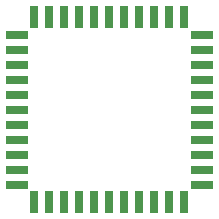
<source format=gtp>
G04 #@! TF.GenerationSoftware,KiCad,Pcbnew,(5.1.10)-1*
G04 #@! TF.CreationDate,2021-07-30T10:40:04+01:00*
G04 #@! TF.ProjectId,JoypadController,4a6f7970-6164-4436-9f6e-74726f6c6c65,rev?*
G04 #@! TF.SameCoordinates,Original*
G04 #@! TF.FileFunction,Paste,Top*
G04 #@! TF.FilePolarity,Positive*
%FSLAX46Y46*%
G04 Gerber Fmt 4.6, Leading zero omitted, Abs format (unit mm)*
G04 Created by KiCad (PCBNEW (5.1.10)-1) date 2021-07-30 10:40:04*
%MOMM*%
%LPD*%
G01*
G04 APERTURE LIST*
%ADD10R,1.925000X0.700000*%
%ADD11R,0.700000X1.925000*%
G04 APERTURE END LIST*
D10*
X128867500Y-110684000D03*
X128867500Y-109414000D03*
X128867500Y-108144000D03*
X128867500Y-106874000D03*
X128867500Y-105604000D03*
X128867500Y-104334000D03*
X128867500Y-103064000D03*
X128867500Y-101794000D03*
X128867500Y-100524000D03*
X128867500Y-99254000D03*
X128867500Y-97984000D03*
D11*
X130380000Y-96471500D03*
X131650000Y-96471500D03*
X132920000Y-96471500D03*
X134190000Y-96471500D03*
X135460000Y-96471500D03*
X136730000Y-96471500D03*
X138000000Y-96471500D03*
X139270000Y-96471500D03*
X140540000Y-96471500D03*
X141810000Y-96471500D03*
X143080000Y-96471500D03*
D10*
X144592500Y-97984000D03*
X144592500Y-99254000D03*
X144592500Y-100524000D03*
X144592500Y-101794000D03*
X144592500Y-103064000D03*
X144592500Y-104334000D03*
X144592500Y-105604000D03*
X144592500Y-106874000D03*
X144592500Y-108144000D03*
X144592500Y-109414000D03*
X144592500Y-110684000D03*
D11*
X130380000Y-112196500D03*
X131650000Y-112196500D03*
X132920000Y-112196500D03*
X134190000Y-112196500D03*
X135460000Y-112196500D03*
X143080000Y-112196500D03*
X141810000Y-112196500D03*
X140540000Y-112196500D03*
X139270000Y-112196500D03*
X138000000Y-112196500D03*
X136730000Y-112196500D03*
M02*

</source>
